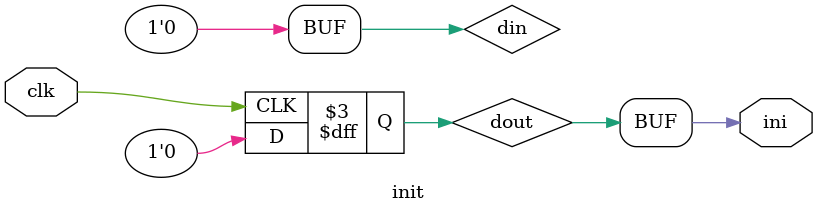
<source format=v>
module init(input wire clk, output wire ini);
    
//-- Cable de entrada el registro de 1 bit
wire din;
    
//-- Salida del registro de 1 bit (inicializado a 0) (solo para simulacion)
//-- En la sintesis siempre estará a 0
reg dout = 0;

//-- Registro genérico: en flanco de subida se captura la entrada
always @(posedge(clk))
  dout <= din;
    
//-- Cablear la entrada a 1
assign din = 0;     // 0 to ligth up green RGB led
    
//-- Conectar la salida del registro a la señal ini
assign ini = dout;
    
endmodule
</source>
